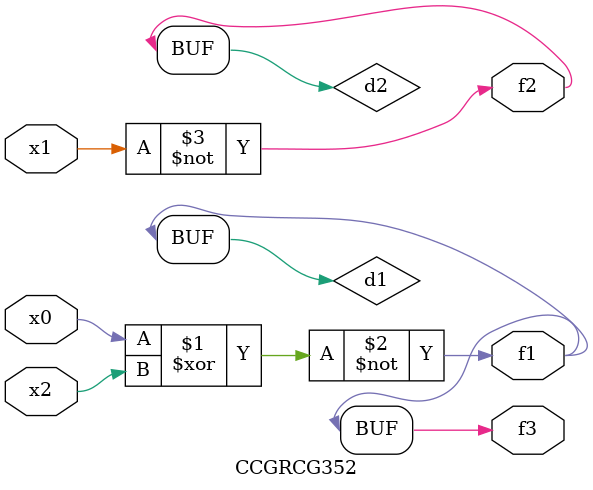
<source format=v>
module CCGRCG352(
	input x0, x1, x2,
	output f1, f2, f3
);

	wire d1, d2, d3;

	xnor (d1, x0, x2);
	nand (d2, x1);
	nor (d3, x1, x2);
	assign f1 = d1;
	assign f2 = d2;
	assign f3 = d1;
endmodule

</source>
